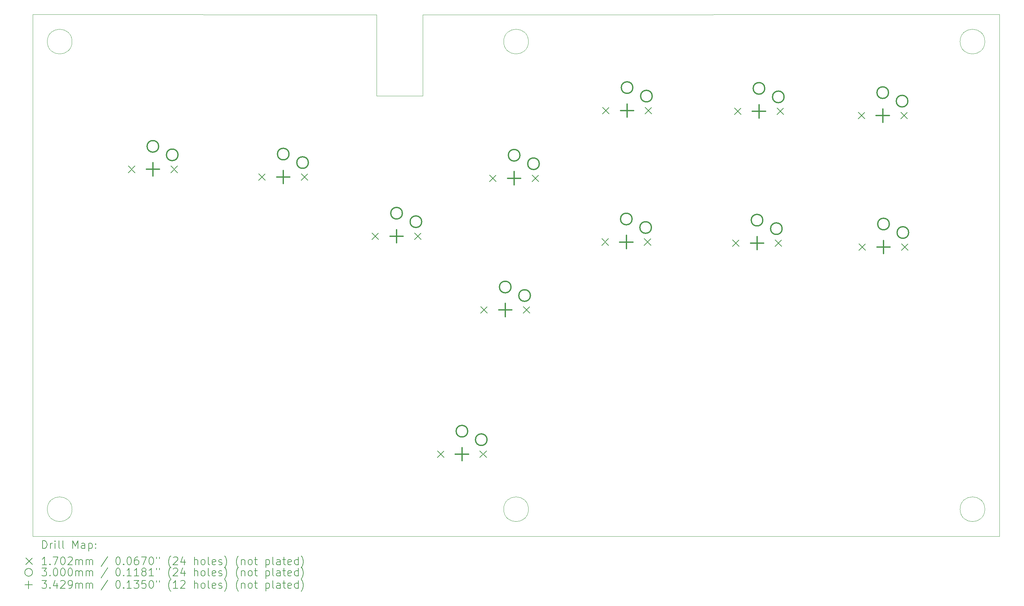
<source format=gbr>
%TF.GenerationSoftware,KiCad,Pcbnew,8.0.1*%
%TF.CreationDate,2024-03-26T13:51:36-04:00*%
%TF.ProjectId,hitbox,68697462-6f78-42e6-9b69-6361645f7063,rev?*%
%TF.SameCoordinates,Original*%
%TF.FileFunction,Drillmap*%
%TF.FilePolarity,Positive*%
%FSLAX45Y45*%
G04 Gerber Fmt 4.5, Leading zero omitted, Abs format (unit mm)*
G04 Created by KiCad (PCBNEW 8.0.1) date 2024-03-26 13:51:36*
%MOMM*%
%LPD*%
G01*
G04 APERTURE LIST*
%ADD10C,0.050000*%
%ADD11C,0.120000*%
%ADD12C,0.200000*%
%ADD13C,0.170180*%
%ADD14C,0.300000*%
%ADD15C,0.342900*%
G04 APERTURE END LIST*
D10*
X23620000Y-6450000D02*
G75*
G02*
X22980000Y-6450000I-320000J0D01*
G01*
X22980000Y-6450000D02*
G75*
G02*
X23620000Y-6450000I320000J0D01*
G01*
X23620000Y-18550000D02*
G75*
G02*
X22980000Y-18550000I-320000J0D01*
G01*
X22980000Y-18550000D02*
G75*
G02*
X23620000Y-18550000I320000J0D01*
G01*
X35420000Y-18550000D02*
G75*
G02*
X34780000Y-18550000I-320000J0D01*
G01*
X34780000Y-18550000D02*
G75*
G02*
X35420000Y-18550000I320000J0D01*
G01*
X35420000Y-6450000D02*
G75*
G02*
X34780000Y-6450000I-320000J0D01*
G01*
X34780000Y-6450000D02*
G75*
G02*
X35420000Y-6450000I320000J0D01*
G01*
X11820000Y-6450000D02*
G75*
G02*
X11180000Y-6450000I-320000J0D01*
G01*
X11180000Y-6450000D02*
G75*
G02*
X11820000Y-6450000I320000J0D01*
G01*
X11820000Y-18550000D02*
G75*
G02*
X11180000Y-18550000I-320000J0D01*
G01*
X11180000Y-18550000D02*
G75*
G02*
X11820000Y-18550000I320000J0D01*
G01*
X19691419Y-5751496D02*
X10800000Y-5750000D01*
X35800000Y-5750000D02*
X20891419Y-5751496D01*
X10800000Y-19250000D02*
X35800000Y-19250000D01*
X10800000Y-5750000D02*
X10800000Y-19250000D01*
X35800000Y-19250000D02*
X35800000Y-5750000D01*
D11*
X19691419Y-5751496D02*
X19691419Y-7851496D01*
X19691419Y-7851496D02*
X20891419Y-7851496D01*
X20891419Y-7851496D02*
X20891419Y-5751496D01*
D12*
D13*
X13274910Y-9669910D02*
X13445090Y-9840090D01*
X13445090Y-9669910D02*
X13274910Y-9840090D01*
X14374910Y-9669910D02*
X14545090Y-9840090D01*
X14545090Y-9669910D02*
X14374910Y-9840090D01*
X16644910Y-9869910D02*
X16815090Y-10040090D01*
X16815090Y-9869910D02*
X16644910Y-10040090D01*
X17744910Y-9869910D02*
X17915090Y-10040090D01*
X17915090Y-9869910D02*
X17744910Y-10040090D01*
X19574910Y-11399910D02*
X19745090Y-11570090D01*
X19745090Y-11399910D02*
X19574910Y-11570090D01*
X20674910Y-11399910D02*
X20845090Y-11570090D01*
X20845090Y-11399910D02*
X20674910Y-11570090D01*
X21264910Y-17039910D02*
X21435090Y-17210090D01*
X21435090Y-17039910D02*
X21264910Y-17210090D01*
X22364910Y-17039910D02*
X22535090Y-17210090D01*
X22535090Y-17039910D02*
X22364910Y-17210090D01*
X22384910Y-13309910D02*
X22555090Y-13480090D01*
X22555090Y-13309910D02*
X22384910Y-13480090D01*
X22614910Y-9899910D02*
X22785090Y-10070090D01*
X22785090Y-9899910D02*
X22614910Y-10070090D01*
X23484910Y-13309910D02*
X23655090Y-13480090D01*
X23655090Y-13309910D02*
X23484910Y-13480090D01*
X23714910Y-9899910D02*
X23885090Y-10070090D01*
X23885090Y-9899910D02*
X23714910Y-10070090D01*
X25514910Y-11549910D02*
X25685090Y-11720090D01*
X25685090Y-11549910D02*
X25514910Y-11720090D01*
X25534910Y-8149910D02*
X25705090Y-8320090D01*
X25705090Y-8149910D02*
X25534910Y-8320090D01*
X26614910Y-11549910D02*
X26785090Y-11720090D01*
X26785090Y-11549910D02*
X26614910Y-11720090D01*
X26634910Y-8149910D02*
X26805090Y-8320090D01*
X26805090Y-8149910D02*
X26634910Y-8320090D01*
X28894910Y-11579910D02*
X29065090Y-11750090D01*
X29065090Y-11579910D02*
X28894910Y-11750090D01*
X28944910Y-8169910D02*
X29115090Y-8340090D01*
X29115090Y-8169910D02*
X28944910Y-8340090D01*
X29994910Y-11579910D02*
X30165090Y-11750090D01*
X30165090Y-11579910D02*
X29994910Y-11750090D01*
X30044910Y-8169910D02*
X30215090Y-8340090D01*
X30215090Y-8169910D02*
X30044910Y-8340090D01*
X32144910Y-8279910D02*
X32315090Y-8450090D01*
X32315090Y-8279910D02*
X32144910Y-8450090D01*
X32164910Y-11679910D02*
X32335090Y-11850090D01*
X32335090Y-11679910D02*
X32164910Y-11850090D01*
X33244910Y-8279910D02*
X33415090Y-8450090D01*
X33415090Y-8279910D02*
X33244910Y-8450090D01*
X33264910Y-11679910D02*
X33435090Y-11850090D01*
X33435090Y-11679910D02*
X33264910Y-11850090D01*
D14*
X14060000Y-9160000D02*
G75*
G02*
X13760000Y-9160000I-150000J0D01*
G01*
X13760000Y-9160000D02*
G75*
G02*
X14060000Y-9160000I150000J0D01*
G01*
X14560000Y-9380000D02*
G75*
G02*
X14260000Y-9380000I-150000J0D01*
G01*
X14260000Y-9380000D02*
G75*
G02*
X14560000Y-9380000I150000J0D01*
G01*
X17430000Y-9360000D02*
G75*
G02*
X17130000Y-9360000I-150000J0D01*
G01*
X17130000Y-9360000D02*
G75*
G02*
X17430000Y-9360000I150000J0D01*
G01*
X17930000Y-9580000D02*
G75*
G02*
X17630000Y-9580000I-150000J0D01*
G01*
X17630000Y-9580000D02*
G75*
G02*
X17930000Y-9580000I150000J0D01*
G01*
X20360000Y-10890000D02*
G75*
G02*
X20060000Y-10890000I-150000J0D01*
G01*
X20060000Y-10890000D02*
G75*
G02*
X20360000Y-10890000I150000J0D01*
G01*
X20860000Y-11110000D02*
G75*
G02*
X20560000Y-11110000I-150000J0D01*
G01*
X20560000Y-11110000D02*
G75*
G02*
X20860000Y-11110000I150000J0D01*
G01*
X22050000Y-16530000D02*
G75*
G02*
X21750000Y-16530000I-150000J0D01*
G01*
X21750000Y-16530000D02*
G75*
G02*
X22050000Y-16530000I150000J0D01*
G01*
X22550000Y-16750000D02*
G75*
G02*
X22250000Y-16750000I-150000J0D01*
G01*
X22250000Y-16750000D02*
G75*
G02*
X22550000Y-16750000I150000J0D01*
G01*
X23170000Y-12800000D02*
G75*
G02*
X22870000Y-12800000I-150000J0D01*
G01*
X22870000Y-12800000D02*
G75*
G02*
X23170000Y-12800000I150000J0D01*
G01*
X23400000Y-9390000D02*
G75*
G02*
X23100000Y-9390000I-150000J0D01*
G01*
X23100000Y-9390000D02*
G75*
G02*
X23400000Y-9390000I150000J0D01*
G01*
X23670000Y-13020000D02*
G75*
G02*
X23370000Y-13020000I-150000J0D01*
G01*
X23370000Y-13020000D02*
G75*
G02*
X23670000Y-13020000I150000J0D01*
G01*
X23900000Y-9610000D02*
G75*
G02*
X23600000Y-9610000I-150000J0D01*
G01*
X23600000Y-9610000D02*
G75*
G02*
X23900000Y-9610000I150000J0D01*
G01*
X26300000Y-11040000D02*
G75*
G02*
X26000000Y-11040000I-150000J0D01*
G01*
X26000000Y-11040000D02*
G75*
G02*
X26300000Y-11040000I150000J0D01*
G01*
X26320000Y-7640000D02*
G75*
G02*
X26020000Y-7640000I-150000J0D01*
G01*
X26020000Y-7640000D02*
G75*
G02*
X26320000Y-7640000I150000J0D01*
G01*
X26800000Y-11260000D02*
G75*
G02*
X26500000Y-11260000I-150000J0D01*
G01*
X26500000Y-11260000D02*
G75*
G02*
X26800000Y-11260000I150000J0D01*
G01*
X26820000Y-7860000D02*
G75*
G02*
X26520000Y-7860000I-150000J0D01*
G01*
X26520000Y-7860000D02*
G75*
G02*
X26820000Y-7860000I150000J0D01*
G01*
X29680000Y-11070000D02*
G75*
G02*
X29380000Y-11070000I-150000J0D01*
G01*
X29380000Y-11070000D02*
G75*
G02*
X29680000Y-11070000I150000J0D01*
G01*
X29730000Y-7660000D02*
G75*
G02*
X29430000Y-7660000I-150000J0D01*
G01*
X29430000Y-7660000D02*
G75*
G02*
X29730000Y-7660000I150000J0D01*
G01*
X30180000Y-11290000D02*
G75*
G02*
X29880000Y-11290000I-150000J0D01*
G01*
X29880000Y-11290000D02*
G75*
G02*
X30180000Y-11290000I150000J0D01*
G01*
X30230000Y-7880000D02*
G75*
G02*
X29930000Y-7880000I-150000J0D01*
G01*
X29930000Y-7880000D02*
G75*
G02*
X30230000Y-7880000I150000J0D01*
G01*
X32930000Y-7770000D02*
G75*
G02*
X32630000Y-7770000I-150000J0D01*
G01*
X32630000Y-7770000D02*
G75*
G02*
X32930000Y-7770000I150000J0D01*
G01*
X32950000Y-11170000D02*
G75*
G02*
X32650000Y-11170000I-150000J0D01*
G01*
X32650000Y-11170000D02*
G75*
G02*
X32950000Y-11170000I150000J0D01*
G01*
X33430000Y-7990000D02*
G75*
G02*
X33130000Y-7990000I-150000J0D01*
G01*
X33130000Y-7990000D02*
G75*
G02*
X33430000Y-7990000I150000J0D01*
G01*
X33450000Y-11390000D02*
G75*
G02*
X33150000Y-11390000I-150000J0D01*
G01*
X33150000Y-11390000D02*
G75*
G02*
X33450000Y-11390000I150000J0D01*
G01*
D15*
X13910000Y-9583550D02*
X13910000Y-9926450D01*
X13738550Y-9755000D02*
X14081450Y-9755000D01*
X17280000Y-9783550D02*
X17280000Y-10126450D01*
X17108550Y-9955000D02*
X17451450Y-9955000D01*
X20210000Y-11313550D02*
X20210000Y-11656450D01*
X20038550Y-11485000D02*
X20381450Y-11485000D01*
X21900000Y-16953550D02*
X21900000Y-17296450D01*
X21728550Y-17125000D02*
X22071450Y-17125000D01*
X23020000Y-13223550D02*
X23020000Y-13566450D01*
X22848550Y-13395000D02*
X23191450Y-13395000D01*
X23250000Y-9813550D02*
X23250000Y-10156450D01*
X23078550Y-9985000D02*
X23421450Y-9985000D01*
X26150000Y-11463550D02*
X26150000Y-11806450D01*
X25978550Y-11635000D02*
X26321450Y-11635000D01*
X26170000Y-8063550D02*
X26170000Y-8406450D01*
X25998550Y-8235000D02*
X26341450Y-8235000D01*
X29530000Y-11493550D02*
X29530000Y-11836450D01*
X29358550Y-11665000D02*
X29701450Y-11665000D01*
X29580000Y-8083550D02*
X29580000Y-8426450D01*
X29408550Y-8255000D02*
X29751450Y-8255000D01*
X32780000Y-8193550D02*
X32780000Y-8536450D01*
X32608550Y-8365000D02*
X32951450Y-8365000D01*
X32800000Y-11593550D02*
X32800000Y-11936450D01*
X32628550Y-11765000D02*
X32971450Y-11765000D01*
D12*
X11058277Y-19563984D02*
X11058277Y-19363984D01*
X11058277Y-19363984D02*
X11105896Y-19363984D01*
X11105896Y-19363984D02*
X11134467Y-19373508D01*
X11134467Y-19373508D02*
X11153515Y-19392555D01*
X11153515Y-19392555D02*
X11163039Y-19411603D01*
X11163039Y-19411603D02*
X11172563Y-19449698D01*
X11172563Y-19449698D02*
X11172563Y-19478270D01*
X11172563Y-19478270D02*
X11163039Y-19516365D01*
X11163039Y-19516365D02*
X11153515Y-19535412D01*
X11153515Y-19535412D02*
X11134467Y-19554460D01*
X11134467Y-19554460D02*
X11105896Y-19563984D01*
X11105896Y-19563984D02*
X11058277Y-19563984D01*
X11258277Y-19563984D02*
X11258277Y-19430650D01*
X11258277Y-19468746D02*
X11267801Y-19449698D01*
X11267801Y-19449698D02*
X11277324Y-19440174D01*
X11277324Y-19440174D02*
X11296372Y-19430650D01*
X11296372Y-19430650D02*
X11315420Y-19430650D01*
X11382086Y-19563984D02*
X11382086Y-19430650D01*
X11382086Y-19363984D02*
X11372562Y-19373508D01*
X11372562Y-19373508D02*
X11382086Y-19383031D01*
X11382086Y-19383031D02*
X11391610Y-19373508D01*
X11391610Y-19373508D02*
X11382086Y-19363984D01*
X11382086Y-19363984D02*
X11382086Y-19383031D01*
X11505896Y-19563984D02*
X11486848Y-19554460D01*
X11486848Y-19554460D02*
X11477324Y-19535412D01*
X11477324Y-19535412D02*
X11477324Y-19363984D01*
X11610658Y-19563984D02*
X11591610Y-19554460D01*
X11591610Y-19554460D02*
X11582086Y-19535412D01*
X11582086Y-19535412D02*
X11582086Y-19363984D01*
X11839229Y-19563984D02*
X11839229Y-19363984D01*
X11839229Y-19363984D02*
X11905896Y-19506841D01*
X11905896Y-19506841D02*
X11972562Y-19363984D01*
X11972562Y-19363984D02*
X11972562Y-19563984D01*
X12153515Y-19563984D02*
X12153515Y-19459222D01*
X12153515Y-19459222D02*
X12143991Y-19440174D01*
X12143991Y-19440174D02*
X12124943Y-19430650D01*
X12124943Y-19430650D02*
X12086848Y-19430650D01*
X12086848Y-19430650D02*
X12067801Y-19440174D01*
X12153515Y-19554460D02*
X12134467Y-19563984D01*
X12134467Y-19563984D02*
X12086848Y-19563984D01*
X12086848Y-19563984D02*
X12067801Y-19554460D01*
X12067801Y-19554460D02*
X12058277Y-19535412D01*
X12058277Y-19535412D02*
X12058277Y-19516365D01*
X12058277Y-19516365D02*
X12067801Y-19497317D01*
X12067801Y-19497317D02*
X12086848Y-19487793D01*
X12086848Y-19487793D02*
X12134467Y-19487793D01*
X12134467Y-19487793D02*
X12153515Y-19478270D01*
X12248753Y-19430650D02*
X12248753Y-19630650D01*
X12248753Y-19440174D02*
X12267801Y-19430650D01*
X12267801Y-19430650D02*
X12305896Y-19430650D01*
X12305896Y-19430650D02*
X12324943Y-19440174D01*
X12324943Y-19440174D02*
X12334467Y-19449698D01*
X12334467Y-19449698D02*
X12343991Y-19468746D01*
X12343991Y-19468746D02*
X12343991Y-19525889D01*
X12343991Y-19525889D02*
X12334467Y-19544936D01*
X12334467Y-19544936D02*
X12324943Y-19554460D01*
X12324943Y-19554460D02*
X12305896Y-19563984D01*
X12305896Y-19563984D02*
X12267801Y-19563984D01*
X12267801Y-19563984D02*
X12248753Y-19554460D01*
X12429705Y-19544936D02*
X12439229Y-19554460D01*
X12439229Y-19554460D02*
X12429705Y-19563984D01*
X12429705Y-19563984D02*
X12420182Y-19554460D01*
X12420182Y-19554460D02*
X12429705Y-19544936D01*
X12429705Y-19544936D02*
X12429705Y-19563984D01*
X12429705Y-19440174D02*
X12439229Y-19449698D01*
X12439229Y-19449698D02*
X12429705Y-19459222D01*
X12429705Y-19459222D02*
X12420182Y-19449698D01*
X12420182Y-19449698D02*
X12429705Y-19440174D01*
X12429705Y-19440174D02*
X12429705Y-19459222D01*
D13*
X10627320Y-19807410D02*
X10797500Y-19977590D01*
X10797500Y-19807410D02*
X10627320Y-19977590D01*
D12*
X11163039Y-19983984D02*
X11048753Y-19983984D01*
X11105896Y-19983984D02*
X11105896Y-19783984D01*
X11105896Y-19783984D02*
X11086848Y-19812555D01*
X11086848Y-19812555D02*
X11067801Y-19831603D01*
X11067801Y-19831603D02*
X11048753Y-19841127D01*
X11248753Y-19964936D02*
X11258277Y-19974460D01*
X11258277Y-19974460D02*
X11248753Y-19983984D01*
X11248753Y-19983984D02*
X11239229Y-19974460D01*
X11239229Y-19974460D02*
X11248753Y-19964936D01*
X11248753Y-19964936D02*
X11248753Y-19983984D01*
X11324943Y-19783984D02*
X11458277Y-19783984D01*
X11458277Y-19783984D02*
X11372562Y-19983984D01*
X11572562Y-19783984D02*
X11591610Y-19783984D01*
X11591610Y-19783984D02*
X11610658Y-19793508D01*
X11610658Y-19793508D02*
X11620182Y-19803031D01*
X11620182Y-19803031D02*
X11629705Y-19822079D01*
X11629705Y-19822079D02*
X11639229Y-19860174D01*
X11639229Y-19860174D02*
X11639229Y-19907793D01*
X11639229Y-19907793D02*
X11629705Y-19945889D01*
X11629705Y-19945889D02*
X11620182Y-19964936D01*
X11620182Y-19964936D02*
X11610658Y-19974460D01*
X11610658Y-19974460D02*
X11591610Y-19983984D01*
X11591610Y-19983984D02*
X11572562Y-19983984D01*
X11572562Y-19983984D02*
X11553515Y-19974460D01*
X11553515Y-19974460D02*
X11543991Y-19964936D01*
X11543991Y-19964936D02*
X11534467Y-19945889D01*
X11534467Y-19945889D02*
X11524943Y-19907793D01*
X11524943Y-19907793D02*
X11524943Y-19860174D01*
X11524943Y-19860174D02*
X11534467Y-19822079D01*
X11534467Y-19822079D02*
X11543991Y-19803031D01*
X11543991Y-19803031D02*
X11553515Y-19793508D01*
X11553515Y-19793508D02*
X11572562Y-19783984D01*
X11715420Y-19803031D02*
X11724943Y-19793508D01*
X11724943Y-19793508D02*
X11743991Y-19783984D01*
X11743991Y-19783984D02*
X11791610Y-19783984D01*
X11791610Y-19783984D02*
X11810658Y-19793508D01*
X11810658Y-19793508D02*
X11820182Y-19803031D01*
X11820182Y-19803031D02*
X11829705Y-19822079D01*
X11829705Y-19822079D02*
X11829705Y-19841127D01*
X11829705Y-19841127D02*
X11820182Y-19869698D01*
X11820182Y-19869698D02*
X11705896Y-19983984D01*
X11705896Y-19983984D02*
X11829705Y-19983984D01*
X11915420Y-19983984D02*
X11915420Y-19850650D01*
X11915420Y-19869698D02*
X11924943Y-19860174D01*
X11924943Y-19860174D02*
X11943991Y-19850650D01*
X11943991Y-19850650D02*
X11972563Y-19850650D01*
X11972563Y-19850650D02*
X11991610Y-19860174D01*
X11991610Y-19860174D02*
X12001134Y-19879222D01*
X12001134Y-19879222D02*
X12001134Y-19983984D01*
X12001134Y-19879222D02*
X12010658Y-19860174D01*
X12010658Y-19860174D02*
X12029705Y-19850650D01*
X12029705Y-19850650D02*
X12058277Y-19850650D01*
X12058277Y-19850650D02*
X12077324Y-19860174D01*
X12077324Y-19860174D02*
X12086848Y-19879222D01*
X12086848Y-19879222D02*
X12086848Y-19983984D01*
X12182086Y-19983984D02*
X12182086Y-19850650D01*
X12182086Y-19869698D02*
X12191610Y-19860174D01*
X12191610Y-19860174D02*
X12210658Y-19850650D01*
X12210658Y-19850650D02*
X12239229Y-19850650D01*
X12239229Y-19850650D02*
X12258277Y-19860174D01*
X12258277Y-19860174D02*
X12267801Y-19879222D01*
X12267801Y-19879222D02*
X12267801Y-19983984D01*
X12267801Y-19879222D02*
X12277324Y-19860174D01*
X12277324Y-19860174D02*
X12296372Y-19850650D01*
X12296372Y-19850650D02*
X12324943Y-19850650D01*
X12324943Y-19850650D02*
X12343991Y-19860174D01*
X12343991Y-19860174D02*
X12353515Y-19879222D01*
X12353515Y-19879222D02*
X12353515Y-19983984D01*
X12743991Y-19774460D02*
X12572563Y-20031603D01*
X13001134Y-19783984D02*
X13020182Y-19783984D01*
X13020182Y-19783984D02*
X13039229Y-19793508D01*
X13039229Y-19793508D02*
X13048753Y-19803031D01*
X13048753Y-19803031D02*
X13058277Y-19822079D01*
X13058277Y-19822079D02*
X13067801Y-19860174D01*
X13067801Y-19860174D02*
X13067801Y-19907793D01*
X13067801Y-19907793D02*
X13058277Y-19945889D01*
X13058277Y-19945889D02*
X13048753Y-19964936D01*
X13048753Y-19964936D02*
X13039229Y-19974460D01*
X13039229Y-19974460D02*
X13020182Y-19983984D01*
X13020182Y-19983984D02*
X13001134Y-19983984D01*
X13001134Y-19983984D02*
X12982086Y-19974460D01*
X12982086Y-19974460D02*
X12972563Y-19964936D01*
X12972563Y-19964936D02*
X12963039Y-19945889D01*
X12963039Y-19945889D02*
X12953515Y-19907793D01*
X12953515Y-19907793D02*
X12953515Y-19860174D01*
X12953515Y-19860174D02*
X12963039Y-19822079D01*
X12963039Y-19822079D02*
X12972563Y-19803031D01*
X12972563Y-19803031D02*
X12982086Y-19793508D01*
X12982086Y-19793508D02*
X13001134Y-19783984D01*
X13153515Y-19964936D02*
X13163039Y-19974460D01*
X13163039Y-19974460D02*
X13153515Y-19983984D01*
X13153515Y-19983984D02*
X13143991Y-19974460D01*
X13143991Y-19974460D02*
X13153515Y-19964936D01*
X13153515Y-19964936D02*
X13153515Y-19983984D01*
X13286848Y-19783984D02*
X13305896Y-19783984D01*
X13305896Y-19783984D02*
X13324944Y-19793508D01*
X13324944Y-19793508D02*
X13334467Y-19803031D01*
X13334467Y-19803031D02*
X13343991Y-19822079D01*
X13343991Y-19822079D02*
X13353515Y-19860174D01*
X13353515Y-19860174D02*
X13353515Y-19907793D01*
X13353515Y-19907793D02*
X13343991Y-19945889D01*
X13343991Y-19945889D02*
X13334467Y-19964936D01*
X13334467Y-19964936D02*
X13324944Y-19974460D01*
X13324944Y-19974460D02*
X13305896Y-19983984D01*
X13305896Y-19983984D02*
X13286848Y-19983984D01*
X13286848Y-19983984D02*
X13267801Y-19974460D01*
X13267801Y-19974460D02*
X13258277Y-19964936D01*
X13258277Y-19964936D02*
X13248753Y-19945889D01*
X13248753Y-19945889D02*
X13239229Y-19907793D01*
X13239229Y-19907793D02*
X13239229Y-19860174D01*
X13239229Y-19860174D02*
X13248753Y-19822079D01*
X13248753Y-19822079D02*
X13258277Y-19803031D01*
X13258277Y-19803031D02*
X13267801Y-19793508D01*
X13267801Y-19793508D02*
X13286848Y-19783984D01*
X13524944Y-19783984D02*
X13486848Y-19783984D01*
X13486848Y-19783984D02*
X13467801Y-19793508D01*
X13467801Y-19793508D02*
X13458277Y-19803031D01*
X13458277Y-19803031D02*
X13439229Y-19831603D01*
X13439229Y-19831603D02*
X13429706Y-19869698D01*
X13429706Y-19869698D02*
X13429706Y-19945889D01*
X13429706Y-19945889D02*
X13439229Y-19964936D01*
X13439229Y-19964936D02*
X13448753Y-19974460D01*
X13448753Y-19974460D02*
X13467801Y-19983984D01*
X13467801Y-19983984D02*
X13505896Y-19983984D01*
X13505896Y-19983984D02*
X13524944Y-19974460D01*
X13524944Y-19974460D02*
X13534467Y-19964936D01*
X13534467Y-19964936D02*
X13543991Y-19945889D01*
X13543991Y-19945889D02*
X13543991Y-19898270D01*
X13543991Y-19898270D02*
X13534467Y-19879222D01*
X13534467Y-19879222D02*
X13524944Y-19869698D01*
X13524944Y-19869698D02*
X13505896Y-19860174D01*
X13505896Y-19860174D02*
X13467801Y-19860174D01*
X13467801Y-19860174D02*
X13448753Y-19869698D01*
X13448753Y-19869698D02*
X13439229Y-19879222D01*
X13439229Y-19879222D02*
X13429706Y-19898270D01*
X13610658Y-19783984D02*
X13743991Y-19783984D01*
X13743991Y-19783984D02*
X13658277Y-19983984D01*
X13858277Y-19783984D02*
X13877325Y-19783984D01*
X13877325Y-19783984D02*
X13896372Y-19793508D01*
X13896372Y-19793508D02*
X13905896Y-19803031D01*
X13905896Y-19803031D02*
X13915420Y-19822079D01*
X13915420Y-19822079D02*
X13924944Y-19860174D01*
X13924944Y-19860174D02*
X13924944Y-19907793D01*
X13924944Y-19907793D02*
X13915420Y-19945889D01*
X13915420Y-19945889D02*
X13905896Y-19964936D01*
X13905896Y-19964936D02*
X13896372Y-19974460D01*
X13896372Y-19974460D02*
X13877325Y-19983984D01*
X13877325Y-19983984D02*
X13858277Y-19983984D01*
X13858277Y-19983984D02*
X13839229Y-19974460D01*
X13839229Y-19974460D02*
X13829706Y-19964936D01*
X13829706Y-19964936D02*
X13820182Y-19945889D01*
X13820182Y-19945889D02*
X13810658Y-19907793D01*
X13810658Y-19907793D02*
X13810658Y-19860174D01*
X13810658Y-19860174D02*
X13820182Y-19822079D01*
X13820182Y-19822079D02*
X13829706Y-19803031D01*
X13829706Y-19803031D02*
X13839229Y-19793508D01*
X13839229Y-19793508D02*
X13858277Y-19783984D01*
X14001134Y-19783984D02*
X14001134Y-19822079D01*
X14077325Y-19783984D02*
X14077325Y-19822079D01*
X14372563Y-20060174D02*
X14363039Y-20050650D01*
X14363039Y-20050650D02*
X14343991Y-20022079D01*
X14343991Y-20022079D02*
X14334468Y-20003031D01*
X14334468Y-20003031D02*
X14324944Y-19974460D01*
X14324944Y-19974460D02*
X14315420Y-19926841D01*
X14315420Y-19926841D02*
X14315420Y-19888746D01*
X14315420Y-19888746D02*
X14324944Y-19841127D01*
X14324944Y-19841127D02*
X14334468Y-19812555D01*
X14334468Y-19812555D02*
X14343991Y-19793508D01*
X14343991Y-19793508D02*
X14363039Y-19764936D01*
X14363039Y-19764936D02*
X14372563Y-19755412D01*
X14439229Y-19803031D02*
X14448753Y-19793508D01*
X14448753Y-19793508D02*
X14467801Y-19783984D01*
X14467801Y-19783984D02*
X14515420Y-19783984D01*
X14515420Y-19783984D02*
X14534468Y-19793508D01*
X14534468Y-19793508D02*
X14543991Y-19803031D01*
X14543991Y-19803031D02*
X14553515Y-19822079D01*
X14553515Y-19822079D02*
X14553515Y-19841127D01*
X14553515Y-19841127D02*
X14543991Y-19869698D01*
X14543991Y-19869698D02*
X14429706Y-19983984D01*
X14429706Y-19983984D02*
X14553515Y-19983984D01*
X14724944Y-19850650D02*
X14724944Y-19983984D01*
X14677325Y-19774460D02*
X14629706Y-19917317D01*
X14629706Y-19917317D02*
X14753515Y-19917317D01*
X14982087Y-19983984D02*
X14982087Y-19783984D01*
X15067801Y-19983984D02*
X15067801Y-19879222D01*
X15067801Y-19879222D02*
X15058277Y-19860174D01*
X15058277Y-19860174D02*
X15039230Y-19850650D01*
X15039230Y-19850650D02*
X15010658Y-19850650D01*
X15010658Y-19850650D02*
X14991610Y-19860174D01*
X14991610Y-19860174D02*
X14982087Y-19869698D01*
X15191610Y-19983984D02*
X15172563Y-19974460D01*
X15172563Y-19974460D02*
X15163039Y-19964936D01*
X15163039Y-19964936D02*
X15153515Y-19945889D01*
X15153515Y-19945889D02*
X15153515Y-19888746D01*
X15153515Y-19888746D02*
X15163039Y-19869698D01*
X15163039Y-19869698D02*
X15172563Y-19860174D01*
X15172563Y-19860174D02*
X15191610Y-19850650D01*
X15191610Y-19850650D02*
X15220182Y-19850650D01*
X15220182Y-19850650D02*
X15239230Y-19860174D01*
X15239230Y-19860174D02*
X15248753Y-19869698D01*
X15248753Y-19869698D02*
X15258277Y-19888746D01*
X15258277Y-19888746D02*
X15258277Y-19945889D01*
X15258277Y-19945889D02*
X15248753Y-19964936D01*
X15248753Y-19964936D02*
X15239230Y-19974460D01*
X15239230Y-19974460D02*
X15220182Y-19983984D01*
X15220182Y-19983984D02*
X15191610Y-19983984D01*
X15372563Y-19983984D02*
X15353515Y-19974460D01*
X15353515Y-19974460D02*
X15343991Y-19955412D01*
X15343991Y-19955412D02*
X15343991Y-19783984D01*
X15524944Y-19974460D02*
X15505896Y-19983984D01*
X15505896Y-19983984D02*
X15467801Y-19983984D01*
X15467801Y-19983984D02*
X15448753Y-19974460D01*
X15448753Y-19974460D02*
X15439230Y-19955412D01*
X15439230Y-19955412D02*
X15439230Y-19879222D01*
X15439230Y-19879222D02*
X15448753Y-19860174D01*
X15448753Y-19860174D02*
X15467801Y-19850650D01*
X15467801Y-19850650D02*
X15505896Y-19850650D01*
X15505896Y-19850650D02*
X15524944Y-19860174D01*
X15524944Y-19860174D02*
X15534468Y-19879222D01*
X15534468Y-19879222D02*
X15534468Y-19898270D01*
X15534468Y-19898270D02*
X15439230Y-19917317D01*
X15610658Y-19974460D02*
X15629706Y-19983984D01*
X15629706Y-19983984D02*
X15667801Y-19983984D01*
X15667801Y-19983984D02*
X15686849Y-19974460D01*
X15686849Y-19974460D02*
X15696372Y-19955412D01*
X15696372Y-19955412D02*
X15696372Y-19945889D01*
X15696372Y-19945889D02*
X15686849Y-19926841D01*
X15686849Y-19926841D02*
X15667801Y-19917317D01*
X15667801Y-19917317D02*
X15639230Y-19917317D01*
X15639230Y-19917317D02*
X15620182Y-19907793D01*
X15620182Y-19907793D02*
X15610658Y-19888746D01*
X15610658Y-19888746D02*
X15610658Y-19879222D01*
X15610658Y-19879222D02*
X15620182Y-19860174D01*
X15620182Y-19860174D02*
X15639230Y-19850650D01*
X15639230Y-19850650D02*
X15667801Y-19850650D01*
X15667801Y-19850650D02*
X15686849Y-19860174D01*
X15763039Y-20060174D02*
X15772563Y-20050650D01*
X15772563Y-20050650D02*
X15791611Y-20022079D01*
X15791611Y-20022079D02*
X15801134Y-20003031D01*
X15801134Y-20003031D02*
X15810658Y-19974460D01*
X15810658Y-19974460D02*
X15820182Y-19926841D01*
X15820182Y-19926841D02*
X15820182Y-19888746D01*
X15820182Y-19888746D02*
X15810658Y-19841127D01*
X15810658Y-19841127D02*
X15801134Y-19812555D01*
X15801134Y-19812555D02*
X15791611Y-19793508D01*
X15791611Y-19793508D02*
X15772563Y-19764936D01*
X15772563Y-19764936D02*
X15763039Y-19755412D01*
X16124944Y-20060174D02*
X16115420Y-20050650D01*
X16115420Y-20050650D02*
X16096372Y-20022079D01*
X16096372Y-20022079D02*
X16086849Y-20003031D01*
X16086849Y-20003031D02*
X16077325Y-19974460D01*
X16077325Y-19974460D02*
X16067801Y-19926841D01*
X16067801Y-19926841D02*
X16067801Y-19888746D01*
X16067801Y-19888746D02*
X16077325Y-19841127D01*
X16077325Y-19841127D02*
X16086849Y-19812555D01*
X16086849Y-19812555D02*
X16096372Y-19793508D01*
X16096372Y-19793508D02*
X16115420Y-19764936D01*
X16115420Y-19764936D02*
X16124944Y-19755412D01*
X16201134Y-19850650D02*
X16201134Y-19983984D01*
X16201134Y-19869698D02*
X16210658Y-19860174D01*
X16210658Y-19860174D02*
X16229706Y-19850650D01*
X16229706Y-19850650D02*
X16258277Y-19850650D01*
X16258277Y-19850650D02*
X16277325Y-19860174D01*
X16277325Y-19860174D02*
X16286849Y-19879222D01*
X16286849Y-19879222D02*
X16286849Y-19983984D01*
X16410658Y-19983984D02*
X16391611Y-19974460D01*
X16391611Y-19974460D02*
X16382087Y-19964936D01*
X16382087Y-19964936D02*
X16372563Y-19945889D01*
X16372563Y-19945889D02*
X16372563Y-19888746D01*
X16372563Y-19888746D02*
X16382087Y-19869698D01*
X16382087Y-19869698D02*
X16391611Y-19860174D01*
X16391611Y-19860174D02*
X16410658Y-19850650D01*
X16410658Y-19850650D02*
X16439230Y-19850650D01*
X16439230Y-19850650D02*
X16458277Y-19860174D01*
X16458277Y-19860174D02*
X16467801Y-19869698D01*
X16467801Y-19869698D02*
X16477325Y-19888746D01*
X16477325Y-19888746D02*
X16477325Y-19945889D01*
X16477325Y-19945889D02*
X16467801Y-19964936D01*
X16467801Y-19964936D02*
X16458277Y-19974460D01*
X16458277Y-19974460D02*
X16439230Y-19983984D01*
X16439230Y-19983984D02*
X16410658Y-19983984D01*
X16534468Y-19850650D02*
X16610658Y-19850650D01*
X16563039Y-19783984D02*
X16563039Y-19955412D01*
X16563039Y-19955412D02*
X16572563Y-19974460D01*
X16572563Y-19974460D02*
X16591611Y-19983984D01*
X16591611Y-19983984D02*
X16610658Y-19983984D01*
X16829706Y-19850650D02*
X16829706Y-20050650D01*
X16829706Y-19860174D02*
X16848754Y-19850650D01*
X16848754Y-19850650D02*
X16886849Y-19850650D01*
X16886849Y-19850650D02*
X16905896Y-19860174D01*
X16905896Y-19860174D02*
X16915420Y-19869698D01*
X16915420Y-19869698D02*
X16924944Y-19888746D01*
X16924944Y-19888746D02*
X16924944Y-19945889D01*
X16924944Y-19945889D02*
X16915420Y-19964936D01*
X16915420Y-19964936D02*
X16905896Y-19974460D01*
X16905896Y-19974460D02*
X16886849Y-19983984D01*
X16886849Y-19983984D02*
X16848754Y-19983984D01*
X16848754Y-19983984D02*
X16829706Y-19974460D01*
X17039230Y-19983984D02*
X17020182Y-19974460D01*
X17020182Y-19974460D02*
X17010658Y-19955412D01*
X17010658Y-19955412D02*
X17010658Y-19783984D01*
X17201135Y-19983984D02*
X17201135Y-19879222D01*
X17201135Y-19879222D02*
X17191611Y-19860174D01*
X17191611Y-19860174D02*
X17172563Y-19850650D01*
X17172563Y-19850650D02*
X17134468Y-19850650D01*
X17134468Y-19850650D02*
X17115420Y-19860174D01*
X17201135Y-19974460D02*
X17182087Y-19983984D01*
X17182087Y-19983984D02*
X17134468Y-19983984D01*
X17134468Y-19983984D02*
X17115420Y-19974460D01*
X17115420Y-19974460D02*
X17105896Y-19955412D01*
X17105896Y-19955412D02*
X17105896Y-19936365D01*
X17105896Y-19936365D02*
X17115420Y-19917317D01*
X17115420Y-19917317D02*
X17134468Y-19907793D01*
X17134468Y-19907793D02*
X17182087Y-19907793D01*
X17182087Y-19907793D02*
X17201135Y-19898270D01*
X17267801Y-19850650D02*
X17343992Y-19850650D01*
X17296373Y-19783984D02*
X17296373Y-19955412D01*
X17296373Y-19955412D02*
X17305896Y-19974460D01*
X17305896Y-19974460D02*
X17324944Y-19983984D01*
X17324944Y-19983984D02*
X17343992Y-19983984D01*
X17486849Y-19974460D02*
X17467801Y-19983984D01*
X17467801Y-19983984D02*
X17429706Y-19983984D01*
X17429706Y-19983984D02*
X17410658Y-19974460D01*
X17410658Y-19974460D02*
X17401135Y-19955412D01*
X17401135Y-19955412D02*
X17401135Y-19879222D01*
X17401135Y-19879222D02*
X17410658Y-19860174D01*
X17410658Y-19860174D02*
X17429706Y-19850650D01*
X17429706Y-19850650D02*
X17467801Y-19850650D01*
X17467801Y-19850650D02*
X17486849Y-19860174D01*
X17486849Y-19860174D02*
X17496373Y-19879222D01*
X17496373Y-19879222D02*
X17496373Y-19898270D01*
X17496373Y-19898270D02*
X17401135Y-19917317D01*
X17667801Y-19983984D02*
X17667801Y-19783984D01*
X17667801Y-19974460D02*
X17648754Y-19983984D01*
X17648754Y-19983984D02*
X17610658Y-19983984D01*
X17610658Y-19983984D02*
X17591611Y-19974460D01*
X17591611Y-19974460D02*
X17582087Y-19964936D01*
X17582087Y-19964936D02*
X17572563Y-19945889D01*
X17572563Y-19945889D02*
X17572563Y-19888746D01*
X17572563Y-19888746D02*
X17582087Y-19869698D01*
X17582087Y-19869698D02*
X17591611Y-19860174D01*
X17591611Y-19860174D02*
X17610658Y-19850650D01*
X17610658Y-19850650D02*
X17648754Y-19850650D01*
X17648754Y-19850650D02*
X17667801Y-19860174D01*
X17743992Y-20060174D02*
X17753516Y-20050650D01*
X17753516Y-20050650D02*
X17772563Y-20022079D01*
X17772563Y-20022079D02*
X17782087Y-20003031D01*
X17782087Y-20003031D02*
X17791611Y-19974460D01*
X17791611Y-19974460D02*
X17801135Y-19926841D01*
X17801135Y-19926841D02*
X17801135Y-19888746D01*
X17801135Y-19888746D02*
X17791611Y-19841127D01*
X17791611Y-19841127D02*
X17782087Y-19812555D01*
X17782087Y-19812555D02*
X17772563Y-19793508D01*
X17772563Y-19793508D02*
X17753516Y-19764936D01*
X17753516Y-19764936D02*
X17743992Y-19755412D01*
X10797500Y-20182680D02*
G75*
G02*
X10597500Y-20182680I-100000J0D01*
G01*
X10597500Y-20182680D02*
G75*
G02*
X10797500Y-20182680I100000J0D01*
G01*
X11039229Y-20074164D02*
X11163039Y-20074164D01*
X11163039Y-20074164D02*
X11096372Y-20150354D01*
X11096372Y-20150354D02*
X11124944Y-20150354D01*
X11124944Y-20150354D02*
X11143991Y-20159878D01*
X11143991Y-20159878D02*
X11153515Y-20169402D01*
X11153515Y-20169402D02*
X11163039Y-20188450D01*
X11163039Y-20188450D02*
X11163039Y-20236069D01*
X11163039Y-20236069D02*
X11153515Y-20255116D01*
X11153515Y-20255116D02*
X11143991Y-20264640D01*
X11143991Y-20264640D02*
X11124944Y-20274164D01*
X11124944Y-20274164D02*
X11067801Y-20274164D01*
X11067801Y-20274164D02*
X11048753Y-20264640D01*
X11048753Y-20264640D02*
X11039229Y-20255116D01*
X11248753Y-20255116D02*
X11258277Y-20264640D01*
X11258277Y-20264640D02*
X11248753Y-20274164D01*
X11248753Y-20274164D02*
X11239229Y-20264640D01*
X11239229Y-20264640D02*
X11248753Y-20255116D01*
X11248753Y-20255116D02*
X11248753Y-20274164D01*
X11382086Y-20074164D02*
X11401134Y-20074164D01*
X11401134Y-20074164D02*
X11420182Y-20083688D01*
X11420182Y-20083688D02*
X11429705Y-20093211D01*
X11429705Y-20093211D02*
X11439229Y-20112259D01*
X11439229Y-20112259D02*
X11448753Y-20150354D01*
X11448753Y-20150354D02*
X11448753Y-20197973D01*
X11448753Y-20197973D02*
X11439229Y-20236069D01*
X11439229Y-20236069D02*
X11429705Y-20255116D01*
X11429705Y-20255116D02*
X11420182Y-20264640D01*
X11420182Y-20264640D02*
X11401134Y-20274164D01*
X11401134Y-20274164D02*
X11382086Y-20274164D01*
X11382086Y-20274164D02*
X11363039Y-20264640D01*
X11363039Y-20264640D02*
X11353515Y-20255116D01*
X11353515Y-20255116D02*
X11343991Y-20236069D01*
X11343991Y-20236069D02*
X11334467Y-20197973D01*
X11334467Y-20197973D02*
X11334467Y-20150354D01*
X11334467Y-20150354D02*
X11343991Y-20112259D01*
X11343991Y-20112259D02*
X11353515Y-20093211D01*
X11353515Y-20093211D02*
X11363039Y-20083688D01*
X11363039Y-20083688D02*
X11382086Y-20074164D01*
X11572562Y-20074164D02*
X11591610Y-20074164D01*
X11591610Y-20074164D02*
X11610658Y-20083688D01*
X11610658Y-20083688D02*
X11620182Y-20093211D01*
X11620182Y-20093211D02*
X11629705Y-20112259D01*
X11629705Y-20112259D02*
X11639229Y-20150354D01*
X11639229Y-20150354D02*
X11639229Y-20197973D01*
X11639229Y-20197973D02*
X11629705Y-20236069D01*
X11629705Y-20236069D02*
X11620182Y-20255116D01*
X11620182Y-20255116D02*
X11610658Y-20264640D01*
X11610658Y-20264640D02*
X11591610Y-20274164D01*
X11591610Y-20274164D02*
X11572562Y-20274164D01*
X11572562Y-20274164D02*
X11553515Y-20264640D01*
X11553515Y-20264640D02*
X11543991Y-20255116D01*
X11543991Y-20255116D02*
X11534467Y-20236069D01*
X11534467Y-20236069D02*
X11524943Y-20197973D01*
X11524943Y-20197973D02*
X11524943Y-20150354D01*
X11524943Y-20150354D02*
X11534467Y-20112259D01*
X11534467Y-20112259D02*
X11543991Y-20093211D01*
X11543991Y-20093211D02*
X11553515Y-20083688D01*
X11553515Y-20083688D02*
X11572562Y-20074164D01*
X11763039Y-20074164D02*
X11782086Y-20074164D01*
X11782086Y-20074164D02*
X11801134Y-20083688D01*
X11801134Y-20083688D02*
X11810658Y-20093211D01*
X11810658Y-20093211D02*
X11820182Y-20112259D01*
X11820182Y-20112259D02*
X11829705Y-20150354D01*
X11829705Y-20150354D02*
X11829705Y-20197973D01*
X11829705Y-20197973D02*
X11820182Y-20236069D01*
X11820182Y-20236069D02*
X11810658Y-20255116D01*
X11810658Y-20255116D02*
X11801134Y-20264640D01*
X11801134Y-20264640D02*
X11782086Y-20274164D01*
X11782086Y-20274164D02*
X11763039Y-20274164D01*
X11763039Y-20274164D02*
X11743991Y-20264640D01*
X11743991Y-20264640D02*
X11734467Y-20255116D01*
X11734467Y-20255116D02*
X11724943Y-20236069D01*
X11724943Y-20236069D02*
X11715420Y-20197973D01*
X11715420Y-20197973D02*
X11715420Y-20150354D01*
X11715420Y-20150354D02*
X11724943Y-20112259D01*
X11724943Y-20112259D02*
X11734467Y-20093211D01*
X11734467Y-20093211D02*
X11743991Y-20083688D01*
X11743991Y-20083688D02*
X11763039Y-20074164D01*
X11915420Y-20274164D02*
X11915420Y-20140830D01*
X11915420Y-20159878D02*
X11924943Y-20150354D01*
X11924943Y-20150354D02*
X11943991Y-20140830D01*
X11943991Y-20140830D02*
X11972563Y-20140830D01*
X11972563Y-20140830D02*
X11991610Y-20150354D01*
X11991610Y-20150354D02*
X12001134Y-20169402D01*
X12001134Y-20169402D02*
X12001134Y-20274164D01*
X12001134Y-20169402D02*
X12010658Y-20150354D01*
X12010658Y-20150354D02*
X12029705Y-20140830D01*
X12029705Y-20140830D02*
X12058277Y-20140830D01*
X12058277Y-20140830D02*
X12077324Y-20150354D01*
X12077324Y-20150354D02*
X12086848Y-20169402D01*
X12086848Y-20169402D02*
X12086848Y-20274164D01*
X12182086Y-20274164D02*
X12182086Y-20140830D01*
X12182086Y-20159878D02*
X12191610Y-20150354D01*
X12191610Y-20150354D02*
X12210658Y-20140830D01*
X12210658Y-20140830D02*
X12239229Y-20140830D01*
X12239229Y-20140830D02*
X12258277Y-20150354D01*
X12258277Y-20150354D02*
X12267801Y-20169402D01*
X12267801Y-20169402D02*
X12267801Y-20274164D01*
X12267801Y-20169402D02*
X12277324Y-20150354D01*
X12277324Y-20150354D02*
X12296372Y-20140830D01*
X12296372Y-20140830D02*
X12324943Y-20140830D01*
X12324943Y-20140830D02*
X12343991Y-20150354D01*
X12343991Y-20150354D02*
X12353515Y-20169402D01*
X12353515Y-20169402D02*
X12353515Y-20274164D01*
X12743991Y-20064640D02*
X12572563Y-20321783D01*
X13001134Y-20074164D02*
X13020182Y-20074164D01*
X13020182Y-20074164D02*
X13039229Y-20083688D01*
X13039229Y-20083688D02*
X13048753Y-20093211D01*
X13048753Y-20093211D02*
X13058277Y-20112259D01*
X13058277Y-20112259D02*
X13067801Y-20150354D01*
X13067801Y-20150354D02*
X13067801Y-20197973D01*
X13067801Y-20197973D02*
X13058277Y-20236069D01*
X13058277Y-20236069D02*
X13048753Y-20255116D01*
X13048753Y-20255116D02*
X13039229Y-20264640D01*
X13039229Y-20264640D02*
X13020182Y-20274164D01*
X13020182Y-20274164D02*
X13001134Y-20274164D01*
X13001134Y-20274164D02*
X12982086Y-20264640D01*
X12982086Y-20264640D02*
X12972563Y-20255116D01*
X12972563Y-20255116D02*
X12963039Y-20236069D01*
X12963039Y-20236069D02*
X12953515Y-20197973D01*
X12953515Y-20197973D02*
X12953515Y-20150354D01*
X12953515Y-20150354D02*
X12963039Y-20112259D01*
X12963039Y-20112259D02*
X12972563Y-20093211D01*
X12972563Y-20093211D02*
X12982086Y-20083688D01*
X12982086Y-20083688D02*
X13001134Y-20074164D01*
X13153515Y-20255116D02*
X13163039Y-20264640D01*
X13163039Y-20264640D02*
X13153515Y-20274164D01*
X13153515Y-20274164D02*
X13143991Y-20264640D01*
X13143991Y-20264640D02*
X13153515Y-20255116D01*
X13153515Y-20255116D02*
X13153515Y-20274164D01*
X13353515Y-20274164D02*
X13239229Y-20274164D01*
X13296372Y-20274164D02*
X13296372Y-20074164D01*
X13296372Y-20074164D02*
X13277325Y-20102735D01*
X13277325Y-20102735D02*
X13258277Y-20121783D01*
X13258277Y-20121783D02*
X13239229Y-20131307D01*
X13543991Y-20274164D02*
X13429706Y-20274164D01*
X13486848Y-20274164D02*
X13486848Y-20074164D01*
X13486848Y-20074164D02*
X13467801Y-20102735D01*
X13467801Y-20102735D02*
X13448753Y-20121783D01*
X13448753Y-20121783D02*
X13429706Y-20131307D01*
X13658277Y-20159878D02*
X13639229Y-20150354D01*
X13639229Y-20150354D02*
X13629706Y-20140830D01*
X13629706Y-20140830D02*
X13620182Y-20121783D01*
X13620182Y-20121783D02*
X13620182Y-20112259D01*
X13620182Y-20112259D02*
X13629706Y-20093211D01*
X13629706Y-20093211D02*
X13639229Y-20083688D01*
X13639229Y-20083688D02*
X13658277Y-20074164D01*
X13658277Y-20074164D02*
X13696372Y-20074164D01*
X13696372Y-20074164D02*
X13715420Y-20083688D01*
X13715420Y-20083688D02*
X13724944Y-20093211D01*
X13724944Y-20093211D02*
X13734467Y-20112259D01*
X13734467Y-20112259D02*
X13734467Y-20121783D01*
X13734467Y-20121783D02*
X13724944Y-20140830D01*
X13724944Y-20140830D02*
X13715420Y-20150354D01*
X13715420Y-20150354D02*
X13696372Y-20159878D01*
X13696372Y-20159878D02*
X13658277Y-20159878D01*
X13658277Y-20159878D02*
X13639229Y-20169402D01*
X13639229Y-20169402D02*
X13629706Y-20178926D01*
X13629706Y-20178926D02*
X13620182Y-20197973D01*
X13620182Y-20197973D02*
X13620182Y-20236069D01*
X13620182Y-20236069D02*
X13629706Y-20255116D01*
X13629706Y-20255116D02*
X13639229Y-20264640D01*
X13639229Y-20264640D02*
X13658277Y-20274164D01*
X13658277Y-20274164D02*
X13696372Y-20274164D01*
X13696372Y-20274164D02*
X13715420Y-20264640D01*
X13715420Y-20264640D02*
X13724944Y-20255116D01*
X13724944Y-20255116D02*
X13734467Y-20236069D01*
X13734467Y-20236069D02*
X13734467Y-20197973D01*
X13734467Y-20197973D02*
X13724944Y-20178926D01*
X13724944Y-20178926D02*
X13715420Y-20169402D01*
X13715420Y-20169402D02*
X13696372Y-20159878D01*
X13924944Y-20274164D02*
X13810658Y-20274164D01*
X13867801Y-20274164D02*
X13867801Y-20074164D01*
X13867801Y-20074164D02*
X13848753Y-20102735D01*
X13848753Y-20102735D02*
X13829706Y-20121783D01*
X13829706Y-20121783D02*
X13810658Y-20131307D01*
X14001134Y-20074164D02*
X14001134Y-20112259D01*
X14077325Y-20074164D02*
X14077325Y-20112259D01*
X14372563Y-20350354D02*
X14363039Y-20340830D01*
X14363039Y-20340830D02*
X14343991Y-20312259D01*
X14343991Y-20312259D02*
X14334468Y-20293211D01*
X14334468Y-20293211D02*
X14324944Y-20264640D01*
X14324944Y-20264640D02*
X14315420Y-20217021D01*
X14315420Y-20217021D02*
X14315420Y-20178926D01*
X14315420Y-20178926D02*
X14324944Y-20131307D01*
X14324944Y-20131307D02*
X14334468Y-20102735D01*
X14334468Y-20102735D02*
X14343991Y-20083688D01*
X14343991Y-20083688D02*
X14363039Y-20055116D01*
X14363039Y-20055116D02*
X14372563Y-20045592D01*
X14439229Y-20093211D02*
X14448753Y-20083688D01*
X14448753Y-20083688D02*
X14467801Y-20074164D01*
X14467801Y-20074164D02*
X14515420Y-20074164D01*
X14515420Y-20074164D02*
X14534468Y-20083688D01*
X14534468Y-20083688D02*
X14543991Y-20093211D01*
X14543991Y-20093211D02*
X14553515Y-20112259D01*
X14553515Y-20112259D02*
X14553515Y-20131307D01*
X14553515Y-20131307D02*
X14543991Y-20159878D01*
X14543991Y-20159878D02*
X14429706Y-20274164D01*
X14429706Y-20274164D02*
X14553515Y-20274164D01*
X14724944Y-20140830D02*
X14724944Y-20274164D01*
X14677325Y-20064640D02*
X14629706Y-20207497D01*
X14629706Y-20207497D02*
X14753515Y-20207497D01*
X14982087Y-20274164D02*
X14982087Y-20074164D01*
X15067801Y-20274164D02*
X15067801Y-20169402D01*
X15067801Y-20169402D02*
X15058277Y-20150354D01*
X15058277Y-20150354D02*
X15039230Y-20140830D01*
X15039230Y-20140830D02*
X15010658Y-20140830D01*
X15010658Y-20140830D02*
X14991610Y-20150354D01*
X14991610Y-20150354D02*
X14982087Y-20159878D01*
X15191610Y-20274164D02*
X15172563Y-20264640D01*
X15172563Y-20264640D02*
X15163039Y-20255116D01*
X15163039Y-20255116D02*
X15153515Y-20236069D01*
X15153515Y-20236069D02*
X15153515Y-20178926D01*
X15153515Y-20178926D02*
X15163039Y-20159878D01*
X15163039Y-20159878D02*
X15172563Y-20150354D01*
X15172563Y-20150354D02*
X15191610Y-20140830D01*
X15191610Y-20140830D02*
X15220182Y-20140830D01*
X15220182Y-20140830D02*
X15239230Y-20150354D01*
X15239230Y-20150354D02*
X15248753Y-20159878D01*
X15248753Y-20159878D02*
X15258277Y-20178926D01*
X15258277Y-20178926D02*
X15258277Y-20236069D01*
X15258277Y-20236069D02*
X15248753Y-20255116D01*
X15248753Y-20255116D02*
X15239230Y-20264640D01*
X15239230Y-20264640D02*
X15220182Y-20274164D01*
X15220182Y-20274164D02*
X15191610Y-20274164D01*
X15372563Y-20274164D02*
X15353515Y-20264640D01*
X15353515Y-20264640D02*
X15343991Y-20245592D01*
X15343991Y-20245592D02*
X15343991Y-20074164D01*
X15524944Y-20264640D02*
X15505896Y-20274164D01*
X15505896Y-20274164D02*
X15467801Y-20274164D01*
X15467801Y-20274164D02*
X15448753Y-20264640D01*
X15448753Y-20264640D02*
X15439230Y-20245592D01*
X15439230Y-20245592D02*
X15439230Y-20169402D01*
X15439230Y-20169402D02*
X15448753Y-20150354D01*
X15448753Y-20150354D02*
X15467801Y-20140830D01*
X15467801Y-20140830D02*
X15505896Y-20140830D01*
X15505896Y-20140830D02*
X15524944Y-20150354D01*
X15524944Y-20150354D02*
X15534468Y-20169402D01*
X15534468Y-20169402D02*
X15534468Y-20188450D01*
X15534468Y-20188450D02*
X15439230Y-20207497D01*
X15610658Y-20264640D02*
X15629706Y-20274164D01*
X15629706Y-20274164D02*
X15667801Y-20274164D01*
X15667801Y-20274164D02*
X15686849Y-20264640D01*
X15686849Y-20264640D02*
X15696372Y-20245592D01*
X15696372Y-20245592D02*
X15696372Y-20236069D01*
X15696372Y-20236069D02*
X15686849Y-20217021D01*
X15686849Y-20217021D02*
X15667801Y-20207497D01*
X15667801Y-20207497D02*
X15639230Y-20207497D01*
X15639230Y-20207497D02*
X15620182Y-20197973D01*
X15620182Y-20197973D02*
X15610658Y-20178926D01*
X15610658Y-20178926D02*
X15610658Y-20169402D01*
X15610658Y-20169402D02*
X15620182Y-20150354D01*
X15620182Y-20150354D02*
X15639230Y-20140830D01*
X15639230Y-20140830D02*
X15667801Y-20140830D01*
X15667801Y-20140830D02*
X15686849Y-20150354D01*
X15763039Y-20350354D02*
X15772563Y-20340830D01*
X15772563Y-20340830D02*
X15791611Y-20312259D01*
X15791611Y-20312259D02*
X15801134Y-20293211D01*
X15801134Y-20293211D02*
X15810658Y-20264640D01*
X15810658Y-20264640D02*
X15820182Y-20217021D01*
X15820182Y-20217021D02*
X15820182Y-20178926D01*
X15820182Y-20178926D02*
X15810658Y-20131307D01*
X15810658Y-20131307D02*
X15801134Y-20102735D01*
X15801134Y-20102735D02*
X15791611Y-20083688D01*
X15791611Y-20083688D02*
X15772563Y-20055116D01*
X15772563Y-20055116D02*
X15763039Y-20045592D01*
X16124944Y-20350354D02*
X16115420Y-20340830D01*
X16115420Y-20340830D02*
X16096372Y-20312259D01*
X16096372Y-20312259D02*
X16086849Y-20293211D01*
X16086849Y-20293211D02*
X16077325Y-20264640D01*
X16077325Y-20264640D02*
X16067801Y-20217021D01*
X16067801Y-20217021D02*
X16067801Y-20178926D01*
X16067801Y-20178926D02*
X16077325Y-20131307D01*
X16077325Y-20131307D02*
X16086849Y-20102735D01*
X16086849Y-20102735D02*
X16096372Y-20083688D01*
X16096372Y-20083688D02*
X16115420Y-20055116D01*
X16115420Y-20055116D02*
X16124944Y-20045592D01*
X16201134Y-20140830D02*
X16201134Y-20274164D01*
X16201134Y-20159878D02*
X16210658Y-20150354D01*
X16210658Y-20150354D02*
X16229706Y-20140830D01*
X16229706Y-20140830D02*
X16258277Y-20140830D01*
X16258277Y-20140830D02*
X16277325Y-20150354D01*
X16277325Y-20150354D02*
X16286849Y-20169402D01*
X16286849Y-20169402D02*
X16286849Y-20274164D01*
X16410658Y-20274164D02*
X16391611Y-20264640D01*
X16391611Y-20264640D02*
X16382087Y-20255116D01*
X16382087Y-20255116D02*
X16372563Y-20236069D01*
X16372563Y-20236069D02*
X16372563Y-20178926D01*
X16372563Y-20178926D02*
X16382087Y-20159878D01*
X16382087Y-20159878D02*
X16391611Y-20150354D01*
X16391611Y-20150354D02*
X16410658Y-20140830D01*
X16410658Y-20140830D02*
X16439230Y-20140830D01*
X16439230Y-20140830D02*
X16458277Y-20150354D01*
X16458277Y-20150354D02*
X16467801Y-20159878D01*
X16467801Y-20159878D02*
X16477325Y-20178926D01*
X16477325Y-20178926D02*
X16477325Y-20236069D01*
X16477325Y-20236069D02*
X16467801Y-20255116D01*
X16467801Y-20255116D02*
X16458277Y-20264640D01*
X16458277Y-20264640D02*
X16439230Y-20274164D01*
X16439230Y-20274164D02*
X16410658Y-20274164D01*
X16534468Y-20140830D02*
X16610658Y-20140830D01*
X16563039Y-20074164D02*
X16563039Y-20245592D01*
X16563039Y-20245592D02*
X16572563Y-20264640D01*
X16572563Y-20264640D02*
X16591611Y-20274164D01*
X16591611Y-20274164D02*
X16610658Y-20274164D01*
X16829706Y-20140830D02*
X16829706Y-20340830D01*
X16829706Y-20150354D02*
X16848754Y-20140830D01*
X16848754Y-20140830D02*
X16886849Y-20140830D01*
X16886849Y-20140830D02*
X16905896Y-20150354D01*
X16905896Y-20150354D02*
X16915420Y-20159878D01*
X16915420Y-20159878D02*
X16924944Y-20178926D01*
X16924944Y-20178926D02*
X16924944Y-20236069D01*
X16924944Y-20236069D02*
X16915420Y-20255116D01*
X16915420Y-20255116D02*
X16905896Y-20264640D01*
X16905896Y-20264640D02*
X16886849Y-20274164D01*
X16886849Y-20274164D02*
X16848754Y-20274164D01*
X16848754Y-20274164D02*
X16829706Y-20264640D01*
X17039230Y-20274164D02*
X17020182Y-20264640D01*
X17020182Y-20264640D02*
X17010658Y-20245592D01*
X17010658Y-20245592D02*
X17010658Y-20074164D01*
X17201135Y-20274164D02*
X17201135Y-20169402D01*
X17201135Y-20169402D02*
X17191611Y-20150354D01*
X17191611Y-20150354D02*
X17172563Y-20140830D01*
X17172563Y-20140830D02*
X17134468Y-20140830D01*
X17134468Y-20140830D02*
X17115420Y-20150354D01*
X17201135Y-20264640D02*
X17182087Y-20274164D01*
X17182087Y-20274164D02*
X17134468Y-20274164D01*
X17134468Y-20274164D02*
X17115420Y-20264640D01*
X17115420Y-20264640D02*
X17105896Y-20245592D01*
X17105896Y-20245592D02*
X17105896Y-20226545D01*
X17105896Y-20226545D02*
X17115420Y-20207497D01*
X17115420Y-20207497D02*
X17134468Y-20197973D01*
X17134468Y-20197973D02*
X17182087Y-20197973D01*
X17182087Y-20197973D02*
X17201135Y-20188450D01*
X17267801Y-20140830D02*
X17343992Y-20140830D01*
X17296373Y-20074164D02*
X17296373Y-20245592D01*
X17296373Y-20245592D02*
X17305896Y-20264640D01*
X17305896Y-20264640D02*
X17324944Y-20274164D01*
X17324944Y-20274164D02*
X17343992Y-20274164D01*
X17486849Y-20264640D02*
X17467801Y-20274164D01*
X17467801Y-20274164D02*
X17429706Y-20274164D01*
X17429706Y-20274164D02*
X17410658Y-20264640D01*
X17410658Y-20264640D02*
X17401135Y-20245592D01*
X17401135Y-20245592D02*
X17401135Y-20169402D01*
X17401135Y-20169402D02*
X17410658Y-20150354D01*
X17410658Y-20150354D02*
X17429706Y-20140830D01*
X17429706Y-20140830D02*
X17467801Y-20140830D01*
X17467801Y-20140830D02*
X17486849Y-20150354D01*
X17486849Y-20150354D02*
X17496373Y-20169402D01*
X17496373Y-20169402D02*
X17496373Y-20188450D01*
X17496373Y-20188450D02*
X17401135Y-20207497D01*
X17667801Y-20274164D02*
X17667801Y-20074164D01*
X17667801Y-20264640D02*
X17648754Y-20274164D01*
X17648754Y-20274164D02*
X17610658Y-20274164D01*
X17610658Y-20274164D02*
X17591611Y-20264640D01*
X17591611Y-20264640D02*
X17582087Y-20255116D01*
X17582087Y-20255116D02*
X17572563Y-20236069D01*
X17572563Y-20236069D02*
X17572563Y-20178926D01*
X17572563Y-20178926D02*
X17582087Y-20159878D01*
X17582087Y-20159878D02*
X17591611Y-20150354D01*
X17591611Y-20150354D02*
X17610658Y-20140830D01*
X17610658Y-20140830D02*
X17648754Y-20140830D01*
X17648754Y-20140830D02*
X17667801Y-20150354D01*
X17743992Y-20350354D02*
X17753516Y-20340830D01*
X17753516Y-20340830D02*
X17772563Y-20312259D01*
X17772563Y-20312259D02*
X17782087Y-20293211D01*
X17782087Y-20293211D02*
X17791611Y-20264640D01*
X17791611Y-20264640D02*
X17801135Y-20217021D01*
X17801135Y-20217021D02*
X17801135Y-20178926D01*
X17801135Y-20178926D02*
X17791611Y-20131307D01*
X17791611Y-20131307D02*
X17782087Y-20102735D01*
X17782087Y-20102735D02*
X17772563Y-20083688D01*
X17772563Y-20083688D02*
X17753516Y-20055116D01*
X17753516Y-20055116D02*
X17743992Y-20045592D01*
X10697500Y-20402680D02*
X10697500Y-20602680D01*
X10597500Y-20502680D02*
X10797500Y-20502680D01*
X11039229Y-20394164D02*
X11163039Y-20394164D01*
X11163039Y-20394164D02*
X11096372Y-20470354D01*
X11096372Y-20470354D02*
X11124944Y-20470354D01*
X11124944Y-20470354D02*
X11143991Y-20479878D01*
X11143991Y-20479878D02*
X11153515Y-20489402D01*
X11153515Y-20489402D02*
X11163039Y-20508450D01*
X11163039Y-20508450D02*
X11163039Y-20556069D01*
X11163039Y-20556069D02*
X11153515Y-20575116D01*
X11153515Y-20575116D02*
X11143991Y-20584640D01*
X11143991Y-20584640D02*
X11124944Y-20594164D01*
X11124944Y-20594164D02*
X11067801Y-20594164D01*
X11067801Y-20594164D02*
X11048753Y-20584640D01*
X11048753Y-20584640D02*
X11039229Y-20575116D01*
X11248753Y-20575116D02*
X11258277Y-20584640D01*
X11258277Y-20584640D02*
X11248753Y-20594164D01*
X11248753Y-20594164D02*
X11239229Y-20584640D01*
X11239229Y-20584640D02*
X11248753Y-20575116D01*
X11248753Y-20575116D02*
X11248753Y-20594164D01*
X11429705Y-20460830D02*
X11429705Y-20594164D01*
X11382086Y-20384640D02*
X11334467Y-20527497D01*
X11334467Y-20527497D02*
X11458277Y-20527497D01*
X11524943Y-20413211D02*
X11534467Y-20403688D01*
X11534467Y-20403688D02*
X11553515Y-20394164D01*
X11553515Y-20394164D02*
X11601134Y-20394164D01*
X11601134Y-20394164D02*
X11620182Y-20403688D01*
X11620182Y-20403688D02*
X11629705Y-20413211D01*
X11629705Y-20413211D02*
X11639229Y-20432259D01*
X11639229Y-20432259D02*
X11639229Y-20451307D01*
X11639229Y-20451307D02*
X11629705Y-20479878D01*
X11629705Y-20479878D02*
X11515420Y-20594164D01*
X11515420Y-20594164D02*
X11639229Y-20594164D01*
X11734467Y-20594164D02*
X11772562Y-20594164D01*
X11772562Y-20594164D02*
X11791610Y-20584640D01*
X11791610Y-20584640D02*
X11801134Y-20575116D01*
X11801134Y-20575116D02*
X11820182Y-20546545D01*
X11820182Y-20546545D02*
X11829705Y-20508450D01*
X11829705Y-20508450D02*
X11829705Y-20432259D01*
X11829705Y-20432259D02*
X11820182Y-20413211D01*
X11820182Y-20413211D02*
X11810658Y-20403688D01*
X11810658Y-20403688D02*
X11791610Y-20394164D01*
X11791610Y-20394164D02*
X11753515Y-20394164D01*
X11753515Y-20394164D02*
X11734467Y-20403688D01*
X11734467Y-20403688D02*
X11724943Y-20413211D01*
X11724943Y-20413211D02*
X11715420Y-20432259D01*
X11715420Y-20432259D02*
X11715420Y-20479878D01*
X11715420Y-20479878D02*
X11724943Y-20498926D01*
X11724943Y-20498926D02*
X11734467Y-20508450D01*
X11734467Y-20508450D02*
X11753515Y-20517973D01*
X11753515Y-20517973D02*
X11791610Y-20517973D01*
X11791610Y-20517973D02*
X11810658Y-20508450D01*
X11810658Y-20508450D02*
X11820182Y-20498926D01*
X11820182Y-20498926D02*
X11829705Y-20479878D01*
X11915420Y-20594164D02*
X11915420Y-20460830D01*
X11915420Y-20479878D02*
X11924943Y-20470354D01*
X11924943Y-20470354D02*
X11943991Y-20460830D01*
X11943991Y-20460830D02*
X11972563Y-20460830D01*
X11972563Y-20460830D02*
X11991610Y-20470354D01*
X11991610Y-20470354D02*
X12001134Y-20489402D01*
X12001134Y-20489402D02*
X12001134Y-20594164D01*
X12001134Y-20489402D02*
X12010658Y-20470354D01*
X12010658Y-20470354D02*
X12029705Y-20460830D01*
X12029705Y-20460830D02*
X12058277Y-20460830D01*
X12058277Y-20460830D02*
X12077324Y-20470354D01*
X12077324Y-20470354D02*
X12086848Y-20489402D01*
X12086848Y-20489402D02*
X12086848Y-20594164D01*
X12182086Y-20594164D02*
X12182086Y-20460830D01*
X12182086Y-20479878D02*
X12191610Y-20470354D01*
X12191610Y-20470354D02*
X12210658Y-20460830D01*
X12210658Y-20460830D02*
X12239229Y-20460830D01*
X12239229Y-20460830D02*
X12258277Y-20470354D01*
X12258277Y-20470354D02*
X12267801Y-20489402D01*
X12267801Y-20489402D02*
X12267801Y-20594164D01*
X12267801Y-20489402D02*
X12277324Y-20470354D01*
X12277324Y-20470354D02*
X12296372Y-20460830D01*
X12296372Y-20460830D02*
X12324943Y-20460830D01*
X12324943Y-20460830D02*
X12343991Y-20470354D01*
X12343991Y-20470354D02*
X12353515Y-20489402D01*
X12353515Y-20489402D02*
X12353515Y-20594164D01*
X12743991Y-20384640D02*
X12572563Y-20641783D01*
X13001134Y-20394164D02*
X13020182Y-20394164D01*
X13020182Y-20394164D02*
X13039229Y-20403688D01*
X13039229Y-20403688D02*
X13048753Y-20413211D01*
X13048753Y-20413211D02*
X13058277Y-20432259D01*
X13058277Y-20432259D02*
X13067801Y-20470354D01*
X13067801Y-20470354D02*
X13067801Y-20517973D01*
X13067801Y-20517973D02*
X13058277Y-20556069D01*
X13058277Y-20556069D02*
X13048753Y-20575116D01*
X13048753Y-20575116D02*
X13039229Y-20584640D01*
X13039229Y-20584640D02*
X13020182Y-20594164D01*
X13020182Y-20594164D02*
X13001134Y-20594164D01*
X13001134Y-20594164D02*
X12982086Y-20584640D01*
X12982086Y-20584640D02*
X12972563Y-20575116D01*
X12972563Y-20575116D02*
X12963039Y-20556069D01*
X12963039Y-20556069D02*
X12953515Y-20517973D01*
X12953515Y-20517973D02*
X12953515Y-20470354D01*
X12953515Y-20470354D02*
X12963039Y-20432259D01*
X12963039Y-20432259D02*
X12972563Y-20413211D01*
X12972563Y-20413211D02*
X12982086Y-20403688D01*
X12982086Y-20403688D02*
X13001134Y-20394164D01*
X13153515Y-20575116D02*
X13163039Y-20584640D01*
X13163039Y-20584640D02*
X13153515Y-20594164D01*
X13153515Y-20594164D02*
X13143991Y-20584640D01*
X13143991Y-20584640D02*
X13153515Y-20575116D01*
X13153515Y-20575116D02*
X13153515Y-20594164D01*
X13353515Y-20594164D02*
X13239229Y-20594164D01*
X13296372Y-20594164D02*
X13296372Y-20394164D01*
X13296372Y-20394164D02*
X13277325Y-20422735D01*
X13277325Y-20422735D02*
X13258277Y-20441783D01*
X13258277Y-20441783D02*
X13239229Y-20451307D01*
X13420182Y-20394164D02*
X13543991Y-20394164D01*
X13543991Y-20394164D02*
X13477325Y-20470354D01*
X13477325Y-20470354D02*
X13505896Y-20470354D01*
X13505896Y-20470354D02*
X13524944Y-20479878D01*
X13524944Y-20479878D02*
X13534467Y-20489402D01*
X13534467Y-20489402D02*
X13543991Y-20508450D01*
X13543991Y-20508450D02*
X13543991Y-20556069D01*
X13543991Y-20556069D02*
X13534467Y-20575116D01*
X13534467Y-20575116D02*
X13524944Y-20584640D01*
X13524944Y-20584640D02*
X13505896Y-20594164D01*
X13505896Y-20594164D02*
X13448753Y-20594164D01*
X13448753Y-20594164D02*
X13429706Y-20584640D01*
X13429706Y-20584640D02*
X13420182Y-20575116D01*
X13724944Y-20394164D02*
X13629706Y-20394164D01*
X13629706Y-20394164D02*
X13620182Y-20489402D01*
X13620182Y-20489402D02*
X13629706Y-20479878D01*
X13629706Y-20479878D02*
X13648753Y-20470354D01*
X13648753Y-20470354D02*
X13696372Y-20470354D01*
X13696372Y-20470354D02*
X13715420Y-20479878D01*
X13715420Y-20479878D02*
X13724944Y-20489402D01*
X13724944Y-20489402D02*
X13734467Y-20508450D01*
X13734467Y-20508450D02*
X13734467Y-20556069D01*
X13734467Y-20556069D02*
X13724944Y-20575116D01*
X13724944Y-20575116D02*
X13715420Y-20584640D01*
X13715420Y-20584640D02*
X13696372Y-20594164D01*
X13696372Y-20594164D02*
X13648753Y-20594164D01*
X13648753Y-20594164D02*
X13629706Y-20584640D01*
X13629706Y-20584640D02*
X13620182Y-20575116D01*
X13858277Y-20394164D02*
X13877325Y-20394164D01*
X13877325Y-20394164D02*
X13896372Y-20403688D01*
X13896372Y-20403688D02*
X13905896Y-20413211D01*
X13905896Y-20413211D02*
X13915420Y-20432259D01*
X13915420Y-20432259D02*
X13924944Y-20470354D01*
X13924944Y-20470354D02*
X13924944Y-20517973D01*
X13924944Y-20517973D02*
X13915420Y-20556069D01*
X13915420Y-20556069D02*
X13905896Y-20575116D01*
X13905896Y-20575116D02*
X13896372Y-20584640D01*
X13896372Y-20584640D02*
X13877325Y-20594164D01*
X13877325Y-20594164D02*
X13858277Y-20594164D01*
X13858277Y-20594164D02*
X13839229Y-20584640D01*
X13839229Y-20584640D02*
X13829706Y-20575116D01*
X13829706Y-20575116D02*
X13820182Y-20556069D01*
X13820182Y-20556069D02*
X13810658Y-20517973D01*
X13810658Y-20517973D02*
X13810658Y-20470354D01*
X13810658Y-20470354D02*
X13820182Y-20432259D01*
X13820182Y-20432259D02*
X13829706Y-20413211D01*
X13829706Y-20413211D02*
X13839229Y-20403688D01*
X13839229Y-20403688D02*
X13858277Y-20394164D01*
X14001134Y-20394164D02*
X14001134Y-20432259D01*
X14077325Y-20394164D02*
X14077325Y-20432259D01*
X14372563Y-20670354D02*
X14363039Y-20660830D01*
X14363039Y-20660830D02*
X14343991Y-20632259D01*
X14343991Y-20632259D02*
X14334468Y-20613211D01*
X14334468Y-20613211D02*
X14324944Y-20584640D01*
X14324944Y-20584640D02*
X14315420Y-20537021D01*
X14315420Y-20537021D02*
X14315420Y-20498926D01*
X14315420Y-20498926D02*
X14324944Y-20451307D01*
X14324944Y-20451307D02*
X14334468Y-20422735D01*
X14334468Y-20422735D02*
X14343991Y-20403688D01*
X14343991Y-20403688D02*
X14363039Y-20375116D01*
X14363039Y-20375116D02*
X14372563Y-20365592D01*
X14553515Y-20594164D02*
X14439229Y-20594164D01*
X14496372Y-20594164D02*
X14496372Y-20394164D01*
X14496372Y-20394164D02*
X14477325Y-20422735D01*
X14477325Y-20422735D02*
X14458277Y-20441783D01*
X14458277Y-20441783D02*
X14439229Y-20451307D01*
X14629706Y-20413211D02*
X14639229Y-20403688D01*
X14639229Y-20403688D02*
X14658277Y-20394164D01*
X14658277Y-20394164D02*
X14705896Y-20394164D01*
X14705896Y-20394164D02*
X14724944Y-20403688D01*
X14724944Y-20403688D02*
X14734468Y-20413211D01*
X14734468Y-20413211D02*
X14743991Y-20432259D01*
X14743991Y-20432259D02*
X14743991Y-20451307D01*
X14743991Y-20451307D02*
X14734468Y-20479878D01*
X14734468Y-20479878D02*
X14620182Y-20594164D01*
X14620182Y-20594164D02*
X14743991Y-20594164D01*
X14982087Y-20594164D02*
X14982087Y-20394164D01*
X15067801Y-20594164D02*
X15067801Y-20489402D01*
X15067801Y-20489402D02*
X15058277Y-20470354D01*
X15058277Y-20470354D02*
X15039230Y-20460830D01*
X15039230Y-20460830D02*
X15010658Y-20460830D01*
X15010658Y-20460830D02*
X14991610Y-20470354D01*
X14991610Y-20470354D02*
X14982087Y-20479878D01*
X15191610Y-20594164D02*
X15172563Y-20584640D01*
X15172563Y-20584640D02*
X15163039Y-20575116D01*
X15163039Y-20575116D02*
X15153515Y-20556069D01*
X15153515Y-20556069D02*
X15153515Y-20498926D01*
X15153515Y-20498926D02*
X15163039Y-20479878D01*
X15163039Y-20479878D02*
X15172563Y-20470354D01*
X15172563Y-20470354D02*
X15191610Y-20460830D01*
X15191610Y-20460830D02*
X15220182Y-20460830D01*
X15220182Y-20460830D02*
X15239230Y-20470354D01*
X15239230Y-20470354D02*
X15248753Y-20479878D01*
X15248753Y-20479878D02*
X15258277Y-20498926D01*
X15258277Y-20498926D02*
X15258277Y-20556069D01*
X15258277Y-20556069D02*
X15248753Y-20575116D01*
X15248753Y-20575116D02*
X15239230Y-20584640D01*
X15239230Y-20584640D02*
X15220182Y-20594164D01*
X15220182Y-20594164D02*
X15191610Y-20594164D01*
X15372563Y-20594164D02*
X15353515Y-20584640D01*
X15353515Y-20584640D02*
X15343991Y-20565592D01*
X15343991Y-20565592D02*
X15343991Y-20394164D01*
X15524944Y-20584640D02*
X15505896Y-20594164D01*
X15505896Y-20594164D02*
X15467801Y-20594164D01*
X15467801Y-20594164D02*
X15448753Y-20584640D01*
X15448753Y-20584640D02*
X15439230Y-20565592D01*
X15439230Y-20565592D02*
X15439230Y-20489402D01*
X15439230Y-20489402D02*
X15448753Y-20470354D01*
X15448753Y-20470354D02*
X15467801Y-20460830D01*
X15467801Y-20460830D02*
X15505896Y-20460830D01*
X15505896Y-20460830D02*
X15524944Y-20470354D01*
X15524944Y-20470354D02*
X15534468Y-20489402D01*
X15534468Y-20489402D02*
X15534468Y-20508450D01*
X15534468Y-20508450D02*
X15439230Y-20527497D01*
X15610658Y-20584640D02*
X15629706Y-20594164D01*
X15629706Y-20594164D02*
X15667801Y-20594164D01*
X15667801Y-20594164D02*
X15686849Y-20584640D01*
X15686849Y-20584640D02*
X15696372Y-20565592D01*
X15696372Y-20565592D02*
X15696372Y-20556069D01*
X15696372Y-20556069D02*
X15686849Y-20537021D01*
X15686849Y-20537021D02*
X15667801Y-20527497D01*
X15667801Y-20527497D02*
X15639230Y-20527497D01*
X15639230Y-20527497D02*
X15620182Y-20517973D01*
X15620182Y-20517973D02*
X15610658Y-20498926D01*
X15610658Y-20498926D02*
X15610658Y-20489402D01*
X15610658Y-20489402D02*
X15620182Y-20470354D01*
X15620182Y-20470354D02*
X15639230Y-20460830D01*
X15639230Y-20460830D02*
X15667801Y-20460830D01*
X15667801Y-20460830D02*
X15686849Y-20470354D01*
X15763039Y-20670354D02*
X15772563Y-20660830D01*
X15772563Y-20660830D02*
X15791611Y-20632259D01*
X15791611Y-20632259D02*
X15801134Y-20613211D01*
X15801134Y-20613211D02*
X15810658Y-20584640D01*
X15810658Y-20584640D02*
X15820182Y-20537021D01*
X15820182Y-20537021D02*
X15820182Y-20498926D01*
X15820182Y-20498926D02*
X15810658Y-20451307D01*
X15810658Y-20451307D02*
X15801134Y-20422735D01*
X15801134Y-20422735D02*
X15791611Y-20403688D01*
X15791611Y-20403688D02*
X15772563Y-20375116D01*
X15772563Y-20375116D02*
X15763039Y-20365592D01*
X16124944Y-20670354D02*
X16115420Y-20660830D01*
X16115420Y-20660830D02*
X16096372Y-20632259D01*
X16096372Y-20632259D02*
X16086849Y-20613211D01*
X16086849Y-20613211D02*
X16077325Y-20584640D01*
X16077325Y-20584640D02*
X16067801Y-20537021D01*
X16067801Y-20537021D02*
X16067801Y-20498926D01*
X16067801Y-20498926D02*
X16077325Y-20451307D01*
X16077325Y-20451307D02*
X16086849Y-20422735D01*
X16086849Y-20422735D02*
X16096372Y-20403688D01*
X16096372Y-20403688D02*
X16115420Y-20375116D01*
X16115420Y-20375116D02*
X16124944Y-20365592D01*
X16201134Y-20460830D02*
X16201134Y-20594164D01*
X16201134Y-20479878D02*
X16210658Y-20470354D01*
X16210658Y-20470354D02*
X16229706Y-20460830D01*
X16229706Y-20460830D02*
X16258277Y-20460830D01*
X16258277Y-20460830D02*
X16277325Y-20470354D01*
X16277325Y-20470354D02*
X16286849Y-20489402D01*
X16286849Y-20489402D02*
X16286849Y-20594164D01*
X16410658Y-20594164D02*
X16391611Y-20584640D01*
X16391611Y-20584640D02*
X16382087Y-20575116D01*
X16382087Y-20575116D02*
X16372563Y-20556069D01*
X16372563Y-20556069D02*
X16372563Y-20498926D01*
X16372563Y-20498926D02*
X16382087Y-20479878D01*
X16382087Y-20479878D02*
X16391611Y-20470354D01*
X16391611Y-20470354D02*
X16410658Y-20460830D01*
X16410658Y-20460830D02*
X16439230Y-20460830D01*
X16439230Y-20460830D02*
X16458277Y-20470354D01*
X16458277Y-20470354D02*
X16467801Y-20479878D01*
X16467801Y-20479878D02*
X16477325Y-20498926D01*
X16477325Y-20498926D02*
X16477325Y-20556069D01*
X16477325Y-20556069D02*
X16467801Y-20575116D01*
X16467801Y-20575116D02*
X16458277Y-20584640D01*
X16458277Y-20584640D02*
X16439230Y-20594164D01*
X16439230Y-20594164D02*
X16410658Y-20594164D01*
X16534468Y-20460830D02*
X16610658Y-20460830D01*
X16563039Y-20394164D02*
X16563039Y-20565592D01*
X16563039Y-20565592D02*
X16572563Y-20584640D01*
X16572563Y-20584640D02*
X16591611Y-20594164D01*
X16591611Y-20594164D02*
X16610658Y-20594164D01*
X16829706Y-20460830D02*
X16829706Y-20660830D01*
X16829706Y-20470354D02*
X16848754Y-20460830D01*
X16848754Y-20460830D02*
X16886849Y-20460830D01*
X16886849Y-20460830D02*
X16905896Y-20470354D01*
X16905896Y-20470354D02*
X16915420Y-20479878D01*
X16915420Y-20479878D02*
X16924944Y-20498926D01*
X16924944Y-20498926D02*
X16924944Y-20556069D01*
X16924944Y-20556069D02*
X16915420Y-20575116D01*
X16915420Y-20575116D02*
X16905896Y-20584640D01*
X16905896Y-20584640D02*
X16886849Y-20594164D01*
X16886849Y-20594164D02*
X16848754Y-20594164D01*
X16848754Y-20594164D02*
X16829706Y-20584640D01*
X17039230Y-20594164D02*
X17020182Y-20584640D01*
X17020182Y-20584640D02*
X17010658Y-20565592D01*
X17010658Y-20565592D02*
X17010658Y-20394164D01*
X17201135Y-20594164D02*
X17201135Y-20489402D01*
X17201135Y-20489402D02*
X17191611Y-20470354D01*
X17191611Y-20470354D02*
X17172563Y-20460830D01*
X17172563Y-20460830D02*
X17134468Y-20460830D01*
X17134468Y-20460830D02*
X17115420Y-20470354D01*
X17201135Y-20584640D02*
X17182087Y-20594164D01*
X17182087Y-20594164D02*
X17134468Y-20594164D01*
X17134468Y-20594164D02*
X17115420Y-20584640D01*
X17115420Y-20584640D02*
X17105896Y-20565592D01*
X17105896Y-20565592D02*
X17105896Y-20546545D01*
X17105896Y-20546545D02*
X17115420Y-20527497D01*
X17115420Y-20527497D02*
X17134468Y-20517973D01*
X17134468Y-20517973D02*
X17182087Y-20517973D01*
X17182087Y-20517973D02*
X17201135Y-20508450D01*
X17267801Y-20460830D02*
X17343992Y-20460830D01*
X17296373Y-20394164D02*
X17296373Y-20565592D01*
X17296373Y-20565592D02*
X17305896Y-20584640D01*
X17305896Y-20584640D02*
X17324944Y-20594164D01*
X17324944Y-20594164D02*
X17343992Y-20594164D01*
X17486849Y-20584640D02*
X17467801Y-20594164D01*
X17467801Y-20594164D02*
X17429706Y-20594164D01*
X17429706Y-20594164D02*
X17410658Y-20584640D01*
X17410658Y-20584640D02*
X17401135Y-20565592D01*
X17401135Y-20565592D02*
X17401135Y-20489402D01*
X17401135Y-20489402D02*
X17410658Y-20470354D01*
X17410658Y-20470354D02*
X17429706Y-20460830D01*
X17429706Y-20460830D02*
X17467801Y-20460830D01*
X17467801Y-20460830D02*
X17486849Y-20470354D01*
X17486849Y-20470354D02*
X17496373Y-20489402D01*
X17496373Y-20489402D02*
X17496373Y-20508450D01*
X17496373Y-20508450D02*
X17401135Y-20527497D01*
X17667801Y-20594164D02*
X17667801Y-20394164D01*
X17667801Y-20584640D02*
X17648754Y-20594164D01*
X17648754Y-20594164D02*
X17610658Y-20594164D01*
X17610658Y-20594164D02*
X17591611Y-20584640D01*
X17591611Y-20584640D02*
X17582087Y-20575116D01*
X17582087Y-20575116D02*
X17572563Y-20556069D01*
X17572563Y-20556069D02*
X17572563Y-20498926D01*
X17572563Y-20498926D02*
X17582087Y-20479878D01*
X17582087Y-20479878D02*
X17591611Y-20470354D01*
X17591611Y-20470354D02*
X17610658Y-20460830D01*
X17610658Y-20460830D02*
X17648754Y-20460830D01*
X17648754Y-20460830D02*
X17667801Y-20470354D01*
X17743992Y-20670354D02*
X17753516Y-20660830D01*
X17753516Y-20660830D02*
X17772563Y-20632259D01*
X17772563Y-20632259D02*
X17782087Y-20613211D01*
X17782087Y-20613211D02*
X17791611Y-20584640D01*
X17791611Y-20584640D02*
X17801135Y-20537021D01*
X17801135Y-20537021D02*
X17801135Y-20498926D01*
X17801135Y-20498926D02*
X17791611Y-20451307D01*
X17791611Y-20451307D02*
X17782087Y-20422735D01*
X17782087Y-20422735D02*
X17772563Y-20403688D01*
X17772563Y-20403688D02*
X17753516Y-20375116D01*
X17753516Y-20375116D02*
X17743992Y-20365592D01*
M02*

</source>
